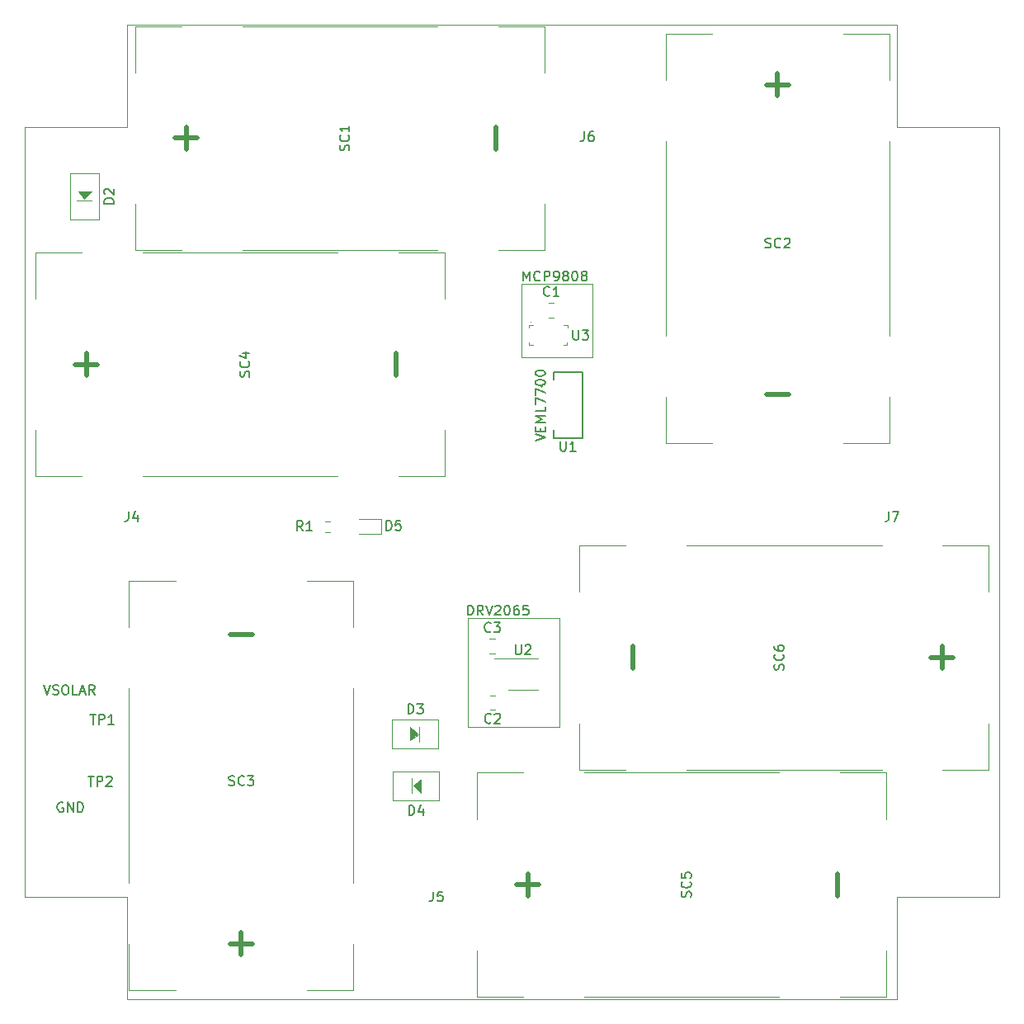
<source format=gbr>
%TF.GenerationSoftware,KiCad,Pcbnew,(6.0.9)*%
%TF.CreationDate,2023-03-20T12:04:43-07:00*%
%TF.ProjectId,solar-panel-side-Z,736f6c61-722d-4706-916e-656c2d736964,3.0*%
%TF.SameCoordinates,Original*%
%TF.FileFunction,Legend,Top*%
%TF.FilePolarity,Positive*%
%FSLAX46Y46*%
G04 Gerber Fmt 4.6, Leading zero omitted, Abs format (unit mm)*
G04 Created by KiCad (PCBNEW (6.0.9)) date 2023-03-20 12:04:43*
%MOMM*%
%LPD*%
G01*
G04 APERTURE LIST*
%ADD10C,0.150000*%
%ADD11C,0.120000*%
%TA.AperFunction,Profile*%
%ADD12C,0.050000*%
%TD*%
%ADD13C,0.500000*%
%ADD14C,0.100000*%
%ADD15C,0.127000*%
%ADD16C,0.200000*%
G04 APERTURE END LIST*
D10*
X144964761Y-95562380D02*
X144964761Y-94562380D01*
X145202857Y-94562380D01*
X145345714Y-94610000D01*
X145440952Y-94705238D01*
X145488571Y-94800476D01*
X145536190Y-94990952D01*
X145536190Y-95133809D01*
X145488571Y-95324285D01*
X145440952Y-95419523D01*
X145345714Y-95514761D01*
X145202857Y-95562380D01*
X144964761Y-95562380D01*
X146536190Y-95562380D02*
X146202857Y-95086190D01*
X145964761Y-95562380D02*
X145964761Y-94562380D01*
X146345714Y-94562380D01*
X146440952Y-94610000D01*
X146488571Y-94657619D01*
X146536190Y-94752857D01*
X146536190Y-94895714D01*
X146488571Y-94990952D01*
X146440952Y-95038571D01*
X146345714Y-95086190D01*
X145964761Y-95086190D01*
X146821904Y-94562380D02*
X147155238Y-95562380D01*
X147488571Y-94562380D01*
X147774285Y-94657619D02*
X147821904Y-94610000D01*
X147917142Y-94562380D01*
X148155238Y-94562380D01*
X148250476Y-94610000D01*
X148298095Y-94657619D01*
X148345714Y-94752857D01*
X148345714Y-94848095D01*
X148298095Y-94990952D01*
X147726666Y-95562380D01*
X148345714Y-95562380D01*
X148964761Y-94562380D02*
X149060000Y-94562380D01*
X149155238Y-94610000D01*
X149202857Y-94657619D01*
X149250476Y-94752857D01*
X149298095Y-94943333D01*
X149298095Y-95181428D01*
X149250476Y-95371904D01*
X149202857Y-95467142D01*
X149155238Y-95514761D01*
X149060000Y-95562380D01*
X148964761Y-95562380D01*
X148869523Y-95514761D01*
X148821904Y-95467142D01*
X148774285Y-95371904D01*
X148726666Y-95181428D01*
X148726666Y-94943333D01*
X148774285Y-94752857D01*
X148821904Y-94657619D01*
X148869523Y-94610000D01*
X148964761Y-94562380D01*
X150155238Y-94562380D02*
X149964761Y-94562380D01*
X149869523Y-94610000D01*
X149821904Y-94657619D01*
X149726666Y-94800476D01*
X149679047Y-94990952D01*
X149679047Y-95371904D01*
X149726666Y-95467142D01*
X149774285Y-95514761D01*
X149869523Y-95562380D01*
X150060000Y-95562380D01*
X150155238Y-95514761D01*
X150202857Y-95467142D01*
X150250476Y-95371904D01*
X150250476Y-95133809D01*
X150202857Y-95038571D01*
X150155238Y-94990952D01*
X150060000Y-94943333D01*
X149869523Y-94943333D01*
X149774285Y-94990952D01*
X149726666Y-95038571D01*
X149679047Y-95133809D01*
X151155238Y-94562380D02*
X150679047Y-94562380D01*
X150631428Y-95038571D01*
X150679047Y-94990952D01*
X150774285Y-94943333D01*
X151012380Y-94943333D01*
X151107619Y-94990952D01*
X151155238Y-95038571D01*
X151202857Y-95133809D01*
X151202857Y-95371904D01*
X151155238Y-95467142D01*
X151107619Y-95514761D01*
X151012380Y-95562380D01*
X150774285Y-95562380D01*
X150679047Y-95514761D01*
X150631428Y-95467142D01*
D11*
X145010000Y-95900000D02*
X154370000Y-95900000D01*
X154370000Y-95900000D02*
X154370000Y-107040000D01*
X154370000Y-107040000D02*
X145010000Y-107040000D01*
X145010000Y-107040000D02*
X145010000Y-95900000D01*
D10*
X150671904Y-61272380D02*
X150671904Y-60272380D01*
X151005238Y-60986666D01*
X151338571Y-60272380D01*
X151338571Y-61272380D01*
X152386190Y-61177142D02*
X152338571Y-61224761D01*
X152195714Y-61272380D01*
X152100476Y-61272380D01*
X151957619Y-61224761D01*
X151862380Y-61129523D01*
X151814761Y-61034285D01*
X151767142Y-60843809D01*
X151767142Y-60700952D01*
X151814761Y-60510476D01*
X151862380Y-60415238D01*
X151957619Y-60320000D01*
X152100476Y-60272380D01*
X152195714Y-60272380D01*
X152338571Y-60320000D01*
X152386190Y-60367619D01*
X152814761Y-61272380D02*
X152814761Y-60272380D01*
X153195714Y-60272380D01*
X153290952Y-60320000D01*
X153338571Y-60367619D01*
X153386190Y-60462857D01*
X153386190Y-60605714D01*
X153338571Y-60700952D01*
X153290952Y-60748571D01*
X153195714Y-60796190D01*
X152814761Y-60796190D01*
X153862380Y-61272380D02*
X154052857Y-61272380D01*
X154148095Y-61224761D01*
X154195714Y-61177142D01*
X154290952Y-61034285D01*
X154338571Y-60843809D01*
X154338571Y-60462857D01*
X154290952Y-60367619D01*
X154243333Y-60320000D01*
X154148095Y-60272380D01*
X153957619Y-60272380D01*
X153862380Y-60320000D01*
X153814761Y-60367619D01*
X153767142Y-60462857D01*
X153767142Y-60700952D01*
X153814761Y-60796190D01*
X153862380Y-60843809D01*
X153957619Y-60891428D01*
X154148095Y-60891428D01*
X154243333Y-60843809D01*
X154290952Y-60796190D01*
X154338571Y-60700952D01*
X154910000Y-60700952D02*
X154814761Y-60653333D01*
X154767142Y-60605714D01*
X154719523Y-60510476D01*
X154719523Y-60462857D01*
X154767142Y-60367619D01*
X154814761Y-60320000D01*
X154910000Y-60272380D01*
X155100476Y-60272380D01*
X155195714Y-60320000D01*
X155243333Y-60367619D01*
X155290952Y-60462857D01*
X155290952Y-60510476D01*
X155243333Y-60605714D01*
X155195714Y-60653333D01*
X155100476Y-60700952D01*
X154910000Y-60700952D01*
X154814761Y-60748571D01*
X154767142Y-60796190D01*
X154719523Y-60891428D01*
X154719523Y-61081904D01*
X154767142Y-61177142D01*
X154814761Y-61224761D01*
X154910000Y-61272380D01*
X155100476Y-61272380D01*
X155195714Y-61224761D01*
X155243333Y-61177142D01*
X155290952Y-61081904D01*
X155290952Y-60891428D01*
X155243333Y-60796190D01*
X155195714Y-60748571D01*
X155100476Y-60700952D01*
X155910000Y-60272380D02*
X156005238Y-60272380D01*
X156100476Y-60320000D01*
X156148095Y-60367619D01*
X156195714Y-60462857D01*
X156243333Y-60653333D01*
X156243333Y-60891428D01*
X156195714Y-61081904D01*
X156148095Y-61177142D01*
X156100476Y-61224761D01*
X156005238Y-61272380D01*
X155910000Y-61272380D01*
X155814761Y-61224761D01*
X155767142Y-61177142D01*
X155719523Y-61081904D01*
X155671904Y-60891428D01*
X155671904Y-60653333D01*
X155719523Y-60462857D01*
X155767142Y-60367619D01*
X155814761Y-60320000D01*
X155910000Y-60272380D01*
X156814761Y-60700952D02*
X156719523Y-60653333D01*
X156671904Y-60605714D01*
X156624285Y-60510476D01*
X156624285Y-60462857D01*
X156671904Y-60367619D01*
X156719523Y-60320000D01*
X156814761Y-60272380D01*
X157005238Y-60272380D01*
X157100476Y-60320000D01*
X157148095Y-60367619D01*
X157195714Y-60462857D01*
X157195714Y-60510476D01*
X157148095Y-60605714D01*
X157100476Y-60653333D01*
X157005238Y-60700952D01*
X156814761Y-60700952D01*
X156719523Y-60748571D01*
X156671904Y-60796190D01*
X156624285Y-60891428D01*
X156624285Y-61081904D01*
X156671904Y-61177142D01*
X156719523Y-61224761D01*
X156814761Y-61272380D01*
X157005238Y-61272380D01*
X157100476Y-61224761D01*
X157148095Y-61177142D01*
X157195714Y-61081904D01*
X157195714Y-60891428D01*
X157148095Y-60796190D01*
X157100476Y-60748571D01*
X157005238Y-60700952D01*
D11*
X150520000Y-61600000D02*
X157730000Y-61600000D01*
X157730000Y-61600000D02*
X157730000Y-69090000D01*
X157730000Y-69090000D02*
X150520000Y-69090000D01*
X150520000Y-69090000D02*
X150520000Y-61600000D01*
D10*
X151912380Y-77696666D02*
X152912380Y-77363333D01*
X151912380Y-77030000D01*
X152388571Y-76696666D02*
X152388571Y-76363333D01*
X152912380Y-76220476D02*
X152912380Y-76696666D01*
X151912380Y-76696666D01*
X151912380Y-76220476D01*
X152912380Y-75791904D02*
X151912380Y-75791904D01*
X152626666Y-75458571D01*
X151912380Y-75125238D01*
X152912380Y-75125238D01*
X152912380Y-74172857D02*
X152912380Y-74649047D01*
X151912380Y-74649047D01*
X151912380Y-73934761D02*
X151912380Y-73268095D01*
X152912380Y-73696666D01*
X151912380Y-72982380D02*
X151912380Y-72315714D01*
X152912380Y-72744285D01*
X151912380Y-71744285D02*
X151912380Y-71649047D01*
X151960000Y-71553809D01*
X152007619Y-71506190D01*
X152102857Y-71458571D01*
X152293333Y-71410952D01*
X152531428Y-71410952D01*
X152721904Y-71458571D01*
X152817142Y-71506190D01*
X152864761Y-71553809D01*
X152912380Y-71649047D01*
X152912380Y-71744285D01*
X152864761Y-71839523D01*
X152817142Y-71887142D01*
X152721904Y-71934761D01*
X152531428Y-71982380D01*
X152293333Y-71982380D01*
X152102857Y-71934761D01*
X152007619Y-71887142D01*
X151960000Y-71839523D01*
X151912380Y-71744285D01*
X151912380Y-70791904D02*
X151912380Y-70696666D01*
X151960000Y-70601428D01*
X152007619Y-70553809D01*
X152102857Y-70506190D01*
X152293333Y-70458571D01*
X152531428Y-70458571D01*
X152721904Y-70506190D01*
X152817142Y-70553809D01*
X152864761Y-70601428D01*
X152912380Y-70696666D01*
X152912380Y-70791904D01*
X152864761Y-70887142D01*
X152817142Y-70934761D01*
X152721904Y-70982380D01*
X152531428Y-71030000D01*
X152293333Y-71030000D01*
X152102857Y-70982380D01*
X152007619Y-70934761D01*
X151960000Y-70887142D01*
X151912380Y-70791904D01*
D12*
X99500000Y-45500000D02*
X110000000Y-45500000D01*
X189000000Y-135000000D02*
X110000000Y-135000000D01*
X199500000Y-124500000D02*
X189000000Y-124500000D01*
X189000000Y-45500000D02*
X199500000Y-45500000D01*
X99500000Y-124500000D02*
X99500000Y-45500000D01*
X110000000Y-135000000D02*
X110000000Y-124500000D01*
X110000000Y-35000000D02*
X189000000Y-35000000D01*
X110000000Y-124500000D02*
X99500000Y-124500000D01*
X199500000Y-45500000D02*
X199500000Y-124500000D01*
X189000000Y-35000000D02*
X189000000Y-45500000D01*
X110000000Y-45500000D02*
X110000000Y-35000000D01*
X189000000Y-124500000D02*
X189000000Y-135000000D01*
D10*
X103428095Y-114830000D02*
X103332857Y-114782380D01*
X103190000Y-114782380D01*
X103047142Y-114830000D01*
X102951904Y-114925238D01*
X102904285Y-115020476D01*
X102856666Y-115210952D01*
X102856666Y-115353809D01*
X102904285Y-115544285D01*
X102951904Y-115639523D01*
X103047142Y-115734761D01*
X103190000Y-115782380D01*
X103285238Y-115782380D01*
X103428095Y-115734761D01*
X103475714Y-115687142D01*
X103475714Y-115353809D01*
X103285238Y-115353809D01*
X103904285Y-115782380D02*
X103904285Y-114782380D01*
X104475714Y-115782380D01*
X104475714Y-114782380D01*
X104951904Y-115782380D02*
X104951904Y-114782380D01*
X105190000Y-114782380D01*
X105332857Y-114830000D01*
X105428095Y-114925238D01*
X105475714Y-115020476D01*
X105523333Y-115210952D01*
X105523333Y-115353809D01*
X105475714Y-115544285D01*
X105428095Y-115639523D01*
X105332857Y-115734761D01*
X105190000Y-115782380D01*
X104951904Y-115782380D01*
X101443333Y-102732380D02*
X101776666Y-103732380D01*
X102110000Y-102732380D01*
X102395714Y-103684761D02*
X102538571Y-103732380D01*
X102776666Y-103732380D01*
X102871904Y-103684761D01*
X102919523Y-103637142D01*
X102967142Y-103541904D01*
X102967142Y-103446666D01*
X102919523Y-103351428D01*
X102871904Y-103303809D01*
X102776666Y-103256190D01*
X102586190Y-103208571D01*
X102490952Y-103160952D01*
X102443333Y-103113333D01*
X102395714Y-103018095D01*
X102395714Y-102922857D01*
X102443333Y-102827619D01*
X102490952Y-102780000D01*
X102586190Y-102732380D01*
X102824285Y-102732380D01*
X102967142Y-102780000D01*
X103586190Y-102732380D02*
X103776666Y-102732380D01*
X103871904Y-102780000D01*
X103967142Y-102875238D01*
X104014761Y-103065714D01*
X104014761Y-103399047D01*
X103967142Y-103589523D01*
X103871904Y-103684761D01*
X103776666Y-103732380D01*
X103586190Y-103732380D01*
X103490952Y-103684761D01*
X103395714Y-103589523D01*
X103348095Y-103399047D01*
X103348095Y-103065714D01*
X103395714Y-102875238D01*
X103490952Y-102780000D01*
X103586190Y-102732380D01*
X104919523Y-103732380D02*
X104443333Y-103732380D01*
X104443333Y-102732380D01*
X105205238Y-103446666D02*
X105681428Y-103446666D01*
X105110000Y-103732380D02*
X105443333Y-102732380D01*
X105776666Y-103732380D01*
X106681428Y-103732380D02*
X106348095Y-103256190D01*
X106110000Y-103732380D02*
X106110000Y-102732380D01*
X106490952Y-102732380D01*
X106586190Y-102780000D01*
X106633809Y-102827619D01*
X106681428Y-102922857D01*
X106681428Y-103065714D01*
X106633809Y-103160952D01*
X106586190Y-103208571D01*
X106490952Y-103256190D01*
X106110000Y-103256190D01*
%TO.C,J4*%
X110166666Y-84952380D02*
X110166666Y-85666666D01*
X110119047Y-85809523D01*
X110023809Y-85904761D01*
X109880952Y-85952380D01*
X109785714Y-85952380D01*
X111071428Y-85285714D02*
X111071428Y-85952380D01*
X110833333Y-84904761D02*
X110595238Y-85619047D01*
X111214285Y-85619047D01*
%TO.C,J5*%
X141416666Y-123952380D02*
X141416666Y-124666666D01*
X141369047Y-124809523D01*
X141273809Y-124904761D01*
X141130952Y-124952380D01*
X141035714Y-124952380D01*
X142369047Y-123952380D02*
X141892857Y-123952380D01*
X141845238Y-124428571D01*
X141892857Y-124380952D01*
X141988095Y-124333333D01*
X142226190Y-124333333D01*
X142321428Y-124380952D01*
X142369047Y-124428571D01*
X142416666Y-124523809D01*
X142416666Y-124761904D01*
X142369047Y-124857142D01*
X142321428Y-124904761D01*
X142226190Y-124952380D01*
X141988095Y-124952380D01*
X141892857Y-124904761D01*
X141845238Y-124857142D01*
%TO.C,J6*%
X156916666Y-45952380D02*
X156916666Y-46666666D01*
X156869047Y-46809523D01*
X156773809Y-46904761D01*
X156630952Y-46952380D01*
X156535714Y-46952380D01*
X157821428Y-45952380D02*
X157630952Y-45952380D01*
X157535714Y-46000000D01*
X157488095Y-46047619D01*
X157392857Y-46190476D01*
X157345238Y-46380952D01*
X157345238Y-46761904D01*
X157392857Y-46857142D01*
X157440476Y-46904761D01*
X157535714Y-46952380D01*
X157726190Y-46952380D01*
X157821428Y-46904761D01*
X157869047Y-46857142D01*
X157916666Y-46761904D01*
X157916666Y-46523809D01*
X157869047Y-46428571D01*
X157821428Y-46380952D01*
X157726190Y-46333333D01*
X157535714Y-46333333D01*
X157440476Y-46380952D01*
X157392857Y-46428571D01*
X157345238Y-46523809D01*
%TO.C,J7*%
X188166666Y-84952380D02*
X188166666Y-85666666D01*
X188119047Y-85809523D01*
X188023809Y-85904761D01*
X187880952Y-85952380D01*
X187785714Y-85952380D01*
X188547619Y-84952380D02*
X189214285Y-84952380D01*
X188785714Y-85952380D01*
%TO.C,D3*%
X138851904Y-105682380D02*
X138851904Y-104682380D01*
X139090000Y-104682380D01*
X139232857Y-104730000D01*
X139328095Y-104825238D01*
X139375714Y-104920476D01*
X139423333Y-105110952D01*
X139423333Y-105253809D01*
X139375714Y-105444285D01*
X139328095Y-105539523D01*
X139232857Y-105634761D01*
X139090000Y-105682380D01*
X138851904Y-105682380D01*
X139756666Y-104682380D02*
X140375714Y-104682380D01*
X140042380Y-105063333D01*
X140185238Y-105063333D01*
X140280476Y-105110952D01*
X140328095Y-105158571D01*
X140375714Y-105253809D01*
X140375714Y-105491904D01*
X140328095Y-105587142D01*
X140280476Y-105634761D01*
X140185238Y-105682380D01*
X139899523Y-105682380D01*
X139804285Y-105634761D01*
X139756666Y-105587142D01*
%TO.C,TP1*%
X106228095Y-105752380D02*
X106799523Y-105752380D01*
X106513809Y-106752380D02*
X106513809Y-105752380D01*
X107132857Y-106752380D02*
X107132857Y-105752380D01*
X107513809Y-105752380D01*
X107609047Y-105800000D01*
X107656666Y-105847619D01*
X107704285Y-105942857D01*
X107704285Y-106085714D01*
X107656666Y-106180952D01*
X107609047Y-106228571D01*
X107513809Y-106276190D01*
X107132857Y-106276190D01*
X108656666Y-106752380D02*
X108085238Y-106752380D01*
X108370952Y-106752380D02*
X108370952Y-105752380D01*
X108275714Y-105895238D01*
X108180476Y-105990476D01*
X108085238Y-106038095D01*
%TO.C,D5*%
X136599404Y-86872380D02*
X136599404Y-85872380D01*
X136837500Y-85872380D01*
X136980357Y-85920000D01*
X137075595Y-86015238D01*
X137123214Y-86110476D01*
X137170833Y-86300952D01*
X137170833Y-86443809D01*
X137123214Y-86634285D01*
X137075595Y-86729523D01*
X136980357Y-86824761D01*
X136837500Y-86872380D01*
X136599404Y-86872380D01*
X138075595Y-85872380D02*
X137599404Y-85872380D01*
X137551785Y-86348571D01*
X137599404Y-86300952D01*
X137694642Y-86253333D01*
X137932738Y-86253333D01*
X138027976Y-86300952D01*
X138075595Y-86348571D01*
X138123214Y-86443809D01*
X138123214Y-86681904D01*
X138075595Y-86777142D01*
X138027976Y-86824761D01*
X137932738Y-86872380D01*
X137694642Y-86872380D01*
X137599404Y-86824761D01*
X137551785Y-86777142D01*
%TO.C,C3*%
X147313333Y-97227142D02*
X147265714Y-97274761D01*
X147122857Y-97322380D01*
X147027619Y-97322380D01*
X146884761Y-97274761D01*
X146789523Y-97179523D01*
X146741904Y-97084285D01*
X146694285Y-96893809D01*
X146694285Y-96750952D01*
X146741904Y-96560476D01*
X146789523Y-96465238D01*
X146884761Y-96370000D01*
X147027619Y-96322380D01*
X147122857Y-96322380D01*
X147265714Y-96370000D01*
X147313333Y-96417619D01*
X147646666Y-96322380D02*
X148265714Y-96322380D01*
X147932380Y-96703333D01*
X148075238Y-96703333D01*
X148170476Y-96750952D01*
X148218095Y-96798571D01*
X148265714Y-96893809D01*
X148265714Y-97131904D01*
X148218095Y-97227142D01*
X148170476Y-97274761D01*
X148075238Y-97322380D01*
X147789523Y-97322380D01*
X147694285Y-97274761D01*
X147646666Y-97227142D01*
%TO.C,U3*%
X155768095Y-66312380D02*
X155768095Y-67121904D01*
X155815714Y-67217142D01*
X155863333Y-67264761D01*
X155958571Y-67312380D01*
X156149047Y-67312380D01*
X156244285Y-67264761D01*
X156291904Y-67217142D01*
X156339523Y-67121904D01*
X156339523Y-66312380D01*
X156720476Y-66312380D02*
X157339523Y-66312380D01*
X157006190Y-66693333D01*
X157149047Y-66693333D01*
X157244285Y-66740952D01*
X157291904Y-66788571D01*
X157339523Y-66883809D01*
X157339523Y-67121904D01*
X157291904Y-67217142D01*
X157244285Y-67264761D01*
X157149047Y-67312380D01*
X156863333Y-67312380D01*
X156768095Y-67264761D01*
X156720476Y-67217142D01*
%TO.C,SC5*%
X167834761Y-124501904D02*
X167882380Y-124359047D01*
X167882380Y-124120952D01*
X167834761Y-124025714D01*
X167787142Y-123978095D01*
X167691904Y-123930476D01*
X167596666Y-123930476D01*
X167501428Y-123978095D01*
X167453809Y-124025714D01*
X167406190Y-124120952D01*
X167358571Y-124311428D01*
X167310952Y-124406666D01*
X167263333Y-124454285D01*
X167168095Y-124501904D01*
X167072857Y-124501904D01*
X166977619Y-124454285D01*
X166930000Y-124406666D01*
X166882380Y-124311428D01*
X166882380Y-124073333D01*
X166930000Y-123930476D01*
X167787142Y-122930476D02*
X167834761Y-122978095D01*
X167882380Y-123120952D01*
X167882380Y-123216190D01*
X167834761Y-123359047D01*
X167739523Y-123454285D01*
X167644285Y-123501904D01*
X167453809Y-123549523D01*
X167310952Y-123549523D01*
X167120476Y-123501904D01*
X167025238Y-123454285D01*
X166930000Y-123359047D01*
X166882380Y-123216190D01*
X166882380Y-123120952D01*
X166930000Y-122978095D01*
X166977619Y-122930476D01*
X166882380Y-122025714D02*
X166882380Y-122501904D01*
X167358571Y-122549523D01*
X167310952Y-122501904D01*
X167263333Y-122406666D01*
X167263333Y-122168571D01*
X167310952Y-122073333D01*
X167358571Y-122025714D01*
X167453809Y-121978095D01*
X167691904Y-121978095D01*
X167787142Y-122025714D01*
X167834761Y-122073333D01*
X167882380Y-122168571D01*
X167882380Y-122406666D01*
X167834761Y-122501904D01*
X167787142Y-122549523D01*
D13*
X151144285Y-124382857D02*
X151144285Y-122097142D01*
X152287142Y-123240000D02*
X150001428Y-123240000D01*
X182894285Y-124382857D02*
X182894285Y-122097142D01*
D10*
%TO.C,TP2*%
X106028095Y-112112380D02*
X106599523Y-112112380D01*
X106313809Y-113112380D02*
X106313809Y-112112380D01*
X106932857Y-113112380D02*
X106932857Y-112112380D01*
X107313809Y-112112380D01*
X107409047Y-112160000D01*
X107456666Y-112207619D01*
X107504285Y-112302857D01*
X107504285Y-112445714D01*
X107456666Y-112540952D01*
X107409047Y-112588571D01*
X107313809Y-112636190D01*
X106932857Y-112636190D01*
X107885238Y-112207619D02*
X107932857Y-112160000D01*
X108028095Y-112112380D01*
X108266190Y-112112380D01*
X108361428Y-112160000D01*
X108409047Y-112207619D01*
X108456666Y-112302857D01*
X108456666Y-112398095D01*
X108409047Y-112540952D01*
X107837619Y-113112380D01*
X108456666Y-113112380D01*
%TO.C,SC3*%
X120458095Y-112994761D02*
X120600952Y-113042380D01*
X120839047Y-113042380D01*
X120934285Y-112994761D01*
X120981904Y-112947142D01*
X121029523Y-112851904D01*
X121029523Y-112756666D01*
X120981904Y-112661428D01*
X120934285Y-112613809D01*
X120839047Y-112566190D01*
X120648571Y-112518571D01*
X120553333Y-112470952D01*
X120505714Y-112423333D01*
X120458095Y-112328095D01*
X120458095Y-112232857D01*
X120505714Y-112137619D01*
X120553333Y-112090000D01*
X120648571Y-112042380D01*
X120886666Y-112042380D01*
X121029523Y-112090000D01*
X122029523Y-112947142D02*
X121981904Y-112994761D01*
X121839047Y-113042380D01*
X121743809Y-113042380D01*
X121600952Y-112994761D01*
X121505714Y-112899523D01*
X121458095Y-112804285D01*
X121410476Y-112613809D01*
X121410476Y-112470952D01*
X121458095Y-112280476D01*
X121505714Y-112185238D01*
X121600952Y-112090000D01*
X121743809Y-112042380D01*
X121839047Y-112042380D01*
X121981904Y-112090000D01*
X122029523Y-112137619D01*
X122362857Y-112042380D02*
X122981904Y-112042380D01*
X122648571Y-112423333D01*
X122791428Y-112423333D01*
X122886666Y-112470952D01*
X122934285Y-112518571D01*
X122981904Y-112613809D01*
X122981904Y-112851904D01*
X122934285Y-112947142D01*
X122886666Y-112994761D01*
X122791428Y-113042380D01*
X122505714Y-113042380D01*
X122410476Y-112994761D01*
X122362857Y-112947142D01*
D13*
X120577142Y-97554285D02*
X122862857Y-97554285D01*
X120577142Y-129304285D02*
X122862857Y-129304285D01*
X121720000Y-130447142D02*
X121720000Y-128161428D01*
D10*
%TO.C,R1*%
X128035833Y-86907380D02*
X127702500Y-86431190D01*
X127464404Y-86907380D02*
X127464404Y-85907380D01*
X127845357Y-85907380D01*
X127940595Y-85955000D01*
X127988214Y-86002619D01*
X128035833Y-86097857D01*
X128035833Y-86240714D01*
X127988214Y-86335952D01*
X127940595Y-86383571D01*
X127845357Y-86431190D01*
X127464404Y-86431190D01*
X128988214Y-86907380D02*
X128416785Y-86907380D01*
X128702500Y-86907380D02*
X128702500Y-85907380D01*
X128607261Y-86050238D01*
X128512023Y-86145476D01*
X128416785Y-86193095D01*
%TO.C,C2*%
X147343333Y-106577142D02*
X147295714Y-106624761D01*
X147152857Y-106672380D01*
X147057619Y-106672380D01*
X146914761Y-106624761D01*
X146819523Y-106529523D01*
X146771904Y-106434285D01*
X146724285Y-106243809D01*
X146724285Y-106100952D01*
X146771904Y-105910476D01*
X146819523Y-105815238D01*
X146914761Y-105720000D01*
X147057619Y-105672380D01*
X147152857Y-105672380D01*
X147295714Y-105720000D01*
X147343333Y-105767619D01*
X147724285Y-105767619D02*
X147771904Y-105720000D01*
X147867142Y-105672380D01*
X148105238Y-105672380D01*
X148200476Y-105720000D01*
X148248095Y-105767619D01*
X148295714Y-105862857D01*
X148295714Y-105958095D01*
X148248095Y-106100952D01*
X147676666Y-106672380D01*
X148295714Y-106672380D01*
%TO.C,U2*%
X149878095Y-98612380D02*
X149878095Y-99421904D01*
X149925714Y-99517142D01*
X149973333Y-99564761D01*
X150068571Y-99612380D01*
X150259047Y-99612380D01*
X150354285Y-99564761D01*
X150401904Y-99517142D01*
X150449523Y-99421904D01*
X150449523Y-98612380D01*
X150878095Y-98707619D02*
X150925714Y-98660000D01*
X151020952Y-98612380D01*
X151259047Y-98612380D01*
X151354285Y-98660000D01*
X151401904Y-98707619D01*
X151449523Y-98802857D01*
X151449523Y-98898095D01*
X151401904Y-99040952D01*
X150830476Y-99612380D01*
X151449523Y-99612380D01*
%TO.C,D4*%
X138941904Y-116082380D02*
X138941904Y-115082380D01*
X139180000Y-115082380D01*
X139322857Y-115130000D01*
X139418095Y-115225238D01*
X139465714Y-115320476D01*
X139513333Y-115510952D01*
X139513333Y-115653809D01*
X139465714Y-115844285D01*
X139418095Y-115939523D01*
X139322857Y-116034761D01*
X139180000Y-116082380D01*
X138941904Y-116082380D01*
X140370476Y-115415714D02*
X140370476Y-116082380D01*
X140132380Y-115034761D02*
X139894285Y-115749047D01*
X140513333Y-115749047D01*
%TO.C,C1*%
X153363333Y-62752142D02*
X153315714Y-62799761D01*
X153172857Y-62847380D01*
X153077619Y-62847380D01*
X152934761Y-62799761D01*
X152839523Y-62704523D01*
X152791904Y-62609285D01*
X152744285Y-62418809D01*
X152744285Y-62275952D01*
X152791904Y-62085476D01*
X152839523Y-61990238D01*
X152934761Y-61895000D01*
X153077619Y-61847380D01*
X153172857Y-61847380D01*
X153315714Y-61895000D01*
X153363333Y-61942619D01*
X154315714Y-62847380D02*
X153744285Y-62847380D01*
X154030000Y-62847380D02*
X154030000Y-61847380D01*
X153934761Y-61990238D01*
X153839523Y-62085476D01*
X153744285Y-62133095D01*
%TO.C,U1*%
X154488095Y-77732380D02*
X154488095Y-78541904D01*
X154535714Y-78637142D01*
X154583333Y-78684761D01*
X154678571Y-78732380D01*
X154869047Y-78732380D01*
X154964285Y-78684761D01*
X155011904Y-78637142D01*
X155059523Y-78541904D01*
X155059523Y-77732380D01*
X156059523Y-78732380D02*
X155488095Y-78732380D01*
X155773809Y-78732380D02*
X155773809Y-77732380D01*
X155678571Y-77875238D01*
X155583333Y-77970476D01*
X155488095Y-78018095D01*
%TO.C,SC4*%
X122524761Y-71111904D02*
X122572380Y-70969047D01*
X122572380Y-70730952D01*
X122524761Y-70635714D01*
X122477142Y-70588095D01*
X122381904Y-70540476D01*
X122286666Y-70540476D01*
X122191428Y-70588095D01*
X122143809Y-70635714D01*
X122096190Y-70730952D01*
X122048571Y-70921428D01*
X122000952Y-71016666D01*
X121953333Y-71064285D01*
X121858095Y-71111904D01*
X121762857Y-71111904D01*
X121667619Y-71064285D01*
X121620000Y-71016666D01*
X121572380Y-70921428D01*
X121572380Y-70683333D01*
X121620000Y-70540476D01*
X122477142Y-69540476D02*
X122524761Y-69588095D01*
X122572380Y-69730952D01*
X122572380Y-69826190D01*
X122524761Y-69969047D01*
X122429523Y-70064285D01*
X122334285Y-70111904D01*
X122143809Y-70159523D01*
X122000952Y-70159523D01*
X121810476Y-70111904D01*
X121715238Y-70064285D01*
X121620000Y-69969047D01*
X121572380Y-69826190D01*
X121572380Y-69730952D01*
X121620000Y-69588095D01*
X121667619Y-69540476D01*
X121905714Y-68683333D02*
X122572380Y-68683333D01*
X121524761Y-68921428D02*
X122239047Y-69159523D01*
X122239047Y-68540476D01*
D13*
X105834285Y-70992857D02*
X105834285Y-68707142D01*
X106977142Y-69850000D02*
X104691428Y-69850000D01*
X137584285Y-70992857D02*
X137584285Y-68707142D01*
D10*
%TO.C,SC6*%
X177344761Y-101181904D02*
X177392380Y-101039047D01*
X177392380Y-100800952D01*
X177344761Y-100705714D01*
X177297142Y-100658095D01*
X177201904Y-100610476D01*
X177106666Y-100610476D01*
X177011428Y-100658095D01*
X176963809Y-100705714D01*
X176916190Y-100800952D01*
X176868571Y-100991428D01*
X176820952Y-101086666D01*
X176773333Y-101134285D01*
X176678095Y-101181904D01*
X176582857Y-101181904D01*
X176487619Y-101134285D01*
X176440000Y-101086666D01*
X176392380Y-100991428D01*
X176392380Y-100753333D01*
X176440000Y-100610476D01*
X177297142Y-99610476D02*
X177344761Y-99658095D01*
X177392380Y-99800952D01*
X177392380Y-99896190D01*
X177344761Y-100039047D01*
X177249523Y-100134285D01*
X177154285Y-100181904D01*
X176963809Y-100229523D01*
X176820952Y-100229523D01*
X176630476Y-100181904D01*
X176535238Y-100134285D01*
X176440000Y-100039047D01*
X176392380Y-99896190D01*
X176392380Y-99800952D01*
X176440000Y-99658095D01*
X176487619Y-99610476D01*
X176392380Y-98753333D02*
X176392380Y-98943809D01*
X176440000Y-99039047D01*
X176487619Y-99086666D01*
X176630476Y-99181904D01*
X176820952Y-99229523D01*
X177201904Y-99229523D01*
X177297142Y-99181904D01*
X177344761Y-99134285D01*
X177392380Y-99039047D01*
X177392380Y-98848571D01*
X177344761Y-98753333D01*
X177297142Y-98705714D01*
X177201904Y-98658095D01*
X176963809Y-98658095D01*
X176868571Y-98705714D01*
X176820952Y-98753333D01*
X176773333Y-98848571D01*
X176773333Y-99039047D01*
X176820952Y-99134285D01*
X176868571Y-99181904D01*
X176963809Y-99229523D01*
D13*
X193654285Y-101062857D02*
X193654285Y-98777142D01*
X194797142Y-99920000D02*
X192511428Y-99920000D01*
X161904285Y-101062857D02*
X161904285Y-98777142D01*
D10*
%TO.C,SC2*%
X175498095Y-57844761D02*
X175640952Y-57892380D01*
X175879047Y-57892380D01*
X175974285Y-57844761D01*
X176021904Y-57797142D01*
X176069523Y-57701904D01*
X176069523Y-57606666D01*
X176021904Y-57511428D01*
X175974285Y-57463809D01*
X175879047Y-57416190D01*
X175688571Y-57368571D01*
X175593333Y-57320952D01*
X175545714Y-57273333D01*
X175498095Y-57178095D01*
X175498095Y-57082857D01*
X175545714Y-56987619D01*
X175593333Y-56940000D01*
X175688571Y-56892380D01*
X175926666Y-56892380D01*
X176069523Y-56940000D01*
X177069523Y-57797142D02*
X177021904Y-57844761D01*
X176879047Y-57892380D01*
X176783809Y-57892380D01*
X176640952Y-57844761D01*
X176545714Y-57749523D01*
X176498095Y-57654285D01*
X176450476Y-57463809D01*
X176450476Y-57320952D01*
X176498095Y-57130476D01*
X176545714Y-57035238D01*
X176640952Y-56940000D01*
X176783809Y-56892380D01*
X176879047Y-56892380D01*
X177021904Y-56940000D01*
X177069523Y-56987619D01*
X177450476Y-56987619D02*
X177498095Y-56940000D01*
X177593333Y-56892380D01*
X177831428Y-56892380D01*
X177926666Y-56940000D01*
X177974285Y-56987619D01*
X178021904Y-57082857D01*
X178021904Y-57178095D01*
X177974285Y-57320952D01*
X177402857Y-57892380D01*
X178021904Y-57892380D01*
D13*
X175617142Y-41154285D02*
X177902857Y-41154285D01*
X176760000Y-42297142D02*
X176760000Y-40011428D01*
X175617142Y-72904285D02*
X177902857Y-72904285D01*
D10*
%TO.C,D2*%
X108642380Y-53328095D02*
X107642380Y-53328095D01*
X107642380Y-53090000D01*
X107690000Y-52947142D01*
X107785238Y-52851904D01*
X107880476Y-52804285D01*
X108070952Y-52756666D01*
X108213809Y-52756666D01*
X108404285Y-52804285D01*
X108499523Y-52851904D01*
X108594761Y-52947142D01*
X108642380Y-53090000D01*
X108642380Y-53328095D01*
X107737619Y-52375714D02*
X107690000Y-52328095D01*
X107642380Y-52232857D01*
X107642380Y-51994761D01*
X107690000Y-51899523D01*
X107737619Y-51851904D01*
X107832857Y-51804285D01*
X107928095Y-51804285D01*
X108070952Y-51851904D01*
X108642380Y-52423333D01*
X108642380Y-51804285D01*
%TO.C,SC1*%
X132774761Y-47891904D02*
X132822380Y-47749047D01*
X132822380Y-47510952D01*
X132774761Y-47415714D01*
X132727142Y-47368095D01*
X132631904Y-47320476D01*
X132536666Y-47320476D01*
X132441428Y-47368095D01*
X132393809Y-47415714D01*
X132346190Y-47510952D01*
X132298571Y-47701428D01*
X132250952Y-47796666D01*
X132203333Y-47844285D01*
X132108095Y-47891904D01*
X132012857Y-47891904D01*
X131917619Y-47844285D01*
X131870000Y-47796666D01*
X131822380Y-47701428D01*
X131822380Y-47463333D01*
X131870000Y-47320476D01*
X132727142Y-46320476D02*
X132774761Y-46368095D01*
X132822380Y-46510952D01*
X132822380Y-46606190D01*
X132774761Y-46749047D01*
X132679523Y-46844285D01*
X132584285Y-46891904D01*
X132393809Y-46939523D01*
X132250952Y-46939523D01*
X132060476Y-46891904D01*
X131965238Y-46844285D01*
X131870000Y-46749047D01*
X131822380Y-46606190D01*
X131822380Y-46510952D01*
X131870000Y-46368095D01*
X131917619Y-46320476D01*
X132822380Y-45368095D02*
X132822380Y-45939523D01*
X132822380Y-45653809D02*
X131822380Y-45653809D01*
X131965238Y-45749047D01*
X132060476Y-45844285D01*
X132108095Y-45939523D01*
D13*
X147834285Y-47772857D02*
X147834285Y-45487142D01*
X116084285Y-47772857D02*
X116084285Y-45487142D01*
X117227142Y-46630000D02*
X114941428Y-46630000D01*
D11*
%TO.C,D3*%
X141965000Y-109220000D02*
X137215000Y-109220000D01*
X141965000Y-106320000D02*
X141965000Y-109220000D01*
X140021800Y-108582800D02*
X140021800Y-107033400D01*
X137215000Y-106320000D02*
X137215000Y-109220000D01*
X141965000Y-106320000D02*
X137215000Y-106320000D01*
G36*
X139894800Y-107795400D02*
G01*
X139082000Y-108405000D01*
X139082000Y-107058800D01*
X139894800Y-107795400D01*
G37*
D14*
X139894800Y-107795400D02*
X139082000Y-108405000D01*
X139082000Y-107058800D01*
X139894800Y-107795400D01*
D11*
%TO.C,D5*%
X136087500Y-87215000D02*
X136087500Y-85745000D01*
X133802500Y-87215000D02*
X136087500Y-87215000D01*
X136087500Y-85745000D02*
X133802500Y-85745000D01*
%TO.C,C3*%
X147741252Y-98015000D02*
X147218748Y-98015000D01*
X147741252Y-99485000D02*
X147218748Y-99485000D01*
%TO.C,U3*%
X151580000Y-65780000D02*
X151280000Y-65780000D01*
X154880000Y-67880000D02*
X155180000Y-67880000D01*
X155180000Y-67880000D02*
X154880000Y-67880000D01*
X155180000Y-67880000D02*
X155180000Y-67630000D01*
X154930000Y-65780000D02*
X154830000Y-65780000D01*
X151280000Y-65780000D02*
X151280000Y-66030000D01*
X155230000Y-65780000D02*
X154930000Y-65780000D01*
X151230000Y-67880000D02*
X151230000Y-67630000D01*
X151280000Y-65780000D02*
X151580000Y-65780000D01*
X154880000Y-67880000D02*
X154780000Y-67880000D01*
X155230000Y-65780000D02*
X155230000Y-66030000D01*
X151230000Y-67880000D02*
X151530000Y-67880000D01*
X154930000Y-65780000D02*
X155230000Y-65780000D01*
X151530000Y-67880000D02*
X151630000Y-67880000D01*
X151530000Y-67880000D02*
X151230000Y-67880000D01*
X151580000Y-65780000D02*
X151680000Y-65780000D01*
X151480000Y-65480000D02*
G75*
G03*
X151480000Y-65480000I-50000J0D01*
G01*
%TO.C,SC5*%
X166930000Y-134740000D02*
X156930000Y-134740000D01*
X156930000Y-134740000D02*
X176930000Y-134740000D01*
X145930000Y-129990000D02*
X145930000Y-134740000D01*
X187930000Y-134740000D02*
X183180000Y-134740000D01*
X145930000Y-134740000D02*
X145930000Y-129990000D01*
X145930000Y-116490000D02*
X145930000Y-111740000D01*
X166930000Y-111740000D02*
X156930000Y-111740000D01*
X145930000Y-134740000D02*
X150680000Y-134740000D01*
X187930000Y-111740000D02*
X183180000Y-111740000D01*
X187930000Y-134740000D02*
X187930000Y-129990000D01*
X175180000Y-111740000D02*
X166930000Y-111740000D01*
X166930000Y-111740000D02*
X176930000Y-111740000D01*
X156930000Y-111740000D02*
X175180000Y-111740000D01*
X187930000Y-116490000D02*
X187930000Y-111740000D01*
X145930000Y-111740000D02*
X150680000Y-111740000D01*
%TO.C,SC3*%
X133220000Y-134090000D02*
X128470000Y-134090000D01*
X110220000Y-113090000D02*
X110220000Y-123090000D01*
X133220000Y-113090000D02*
X133220000Y-123090000D01*
X133220000Y-134090000D02*
X133220000Y-129340000D01*
X114970000Y-92090000D02*
X110220000Y-92090000D01*
X114970000Y-134090000D02*
X110220000Y-134090000D01*
X128470000Y-134090000D02*
X133220000Y-134090000D01*
X110220000Y-104840000D02*
X110220000Y-113090000D01*
X133220000Y-123090000D02*
X133220000Y-103090000D01*
X133220000Y-92090000D02*
X133220000Y-96840000D01*
X110220000Y-113090000D02*
X110220000Y-103090000D01*
X110220000Y-134090000D02*
X110220000Y-129340000D01*
X133220000Y-92090000D02*
X128470000Y-92090000D01*
X110220000Y-123090000D02*
X110220000Y-104840000D01*
X110220000Y-92090000D02*
X110220000Y-96840000D01*
%TO.C,R1*%
X130355242Y-87042500D02*
X130829758Y-87042500D01*
X130355242Y-85997500D02*
X130829758Y-85997500D01*
%TO.C,C2*%
X147771252Y-103805000D02*
X147248748Y-103805000D01*
X147771252Y-105275000D02*
X147248748Y-105275000D01*
%TO.C,U2*%
X150640000Y-103220000D02*
X152140000Y-103220000D01*
X150640000Y-100000000D02*
X147715000Y-100000000D01*
X150640000Y-100000000D02*
X152140000Y-100000000D01*
X150640000Y-103220000D02*
X149140000Y-103220000D01*
%TO.C,D4*%
X139248200Y-112277200D02*
X139248200Y-113826600D01*
X137305000Y-114540000D02*
X142055000Y-114540000D01*
X137305000Y-114540000D02*
X137305000Y-111640000D01*
X137305000Y-111640000D02*
X142055000Y-111640000D01*
X142055000Y-114540000D02*
X142055000Y-111640000D01*
G36*
X140188000Y-113801200D02*
G01*
X139375200Y-113064600D01*
X140188000Y-112455000D01*
X140188000Y-113801200D01*
G37*
D14*
X140188000Y-113801200D02*
X139375200Y-113064600D01*
X140188000Y-112455000D01*
X140188000Y-113801200D01*
D11*
%TO.C,C1*%
X153811252Y-63550000D02*
X153288748Y-63550000D01*
X153811252Y-65020000D02*
X153288748Y-65020000D01*
D15*
%TO.C,U1*%
X153750000Y-71425000D02*
X153750000Y-70600000D01*
X153750000Y-70600000D02*
X156750000Y-70600000D01*
X156750000Y-77400000D02*
X153750000Y-77400000D01*
X156750000Y-70600000D02*
X156750000Y-77400000D01*
X153750000Y-77400000D02*
X153750000Y-76575000D01*
D16*
X152650000Y-72095000D02*
G75*
G03*
X152650000Y-72095000I-100000J0D01*
G01*
D11*
%TO.C,SC4*%
X142620000Y-81350000D02*
X142620000Y-76600000D01*
X121620000Y-58350000D02*
X111620000Y-58350000D01*
X142620000Y-63100000D02*
X142620000Y-58350000D01*
X111620000Y-81350000D02*
X131620000Y-81350000D01*
X100620000Y-81350000D02*
X105370000Y-81350000D01*
X142620000Y-58350000D02*
X137870000Y-58350000D01*
X100620000Y-76600000D02*
X100620000Y-81350000D01*
X100620000Y-58350000D02*
X105370000Y-58350000D01*
X121620000Y-58350000D02*
X131620000Y-58350000D01*
X111620000Y-58350000D02*
X129870000Y-58350000D01*
X121620000Y-81350000D02*
X111620000Y-81350000D01*
X142620000Y-81350000D02*
X137870000Y-81350000D01*
X100620000Y-63100000D02*
X100620000Y-58350000D01*
X100620000Y-81350000D02*
X100620000Y-76600000D01*
X129870000Y-58350000D02*
X121620000Y-58350000D01*
%TO.C,SC6*%
X169190000Y-111420000D02*
X177440000Y-111420000D01*
X187440000Y-111420000D02*
X169190000Y-111420000D01*
X156440000Y-88420000D02*
X156440000Y-93170000D01*
X198440000Y-111420000D02*
X193690000Y-111420000D01*
X156440000Y-88420000D02*
X161190000Y-88420000D01*
X177440000Y-111420000D02*
X167440000Y-111420000D01*
X187440000Y-88420000D02*
X167440000Y-88420000D01*
X177440000Y-88420000D02*
X187440000Y-88420000D01*
X198440000Y-106670000D02*
X198440000Y-111420000D01*
X177440000Y-111420000D02*
X187440000Y-111420000D01*
X198440000Y-93170000D02*
X198440000Y-88420000D01*
X198440000Y-88420000D02*
X193690000Y-88420000D01*
X198440000Y-88420000D02*
X198440000Y-93170000D01*
X156440000Y-106670000D02*
X156440000Y-111420000D01*
X156440000Y-111420000D02*
X161190000Y-111420000D01*
%TO.C,SC2*%
X188260000Y-56940000D02*
X188260000Y-66940000D01*
X165260000Y-35940000D02*
X170010000Y-35940000D01*
X188260000Y-65190000D02*
X188260000Y-56940000D01*
X188260000Y-77940000D02*
X188260000Y-73190000D01*
X188260000Y-46940000D02*
X188260000Y-65190000D01*
X188260000Y-35940000D02*
X188260000Y-40690000D01*
X165260000Y-77940000D02*
X170010000Y-77940000D01*
X183510000Y-35940000D02*
X188260000Y-35940000D01*
X165260000Y-56940000D02*
X165260000Y-46940000D01*
X170010000Y-35940000D02*
X165260000Y-35940000D01*
X188260000Y-56940000D02*
X188260000Y-46940000D01*
X165260000Y-77940000D02*
X165260000Y-73190000D01*
X165260000Y-46940000D02*
X165260000Y-66940000D01*
X165260000Y-35940000D02*
X165260000Y-40690000D01*
X183510000Y-77940000D02*
X188260000Y-77940000D01*
%TO.C,D2*%
X104837200Y-53021800D02*
X106386600Y-53021800D01*
X107100000Y-54965000D02*
X104200000Y-54965000D01*
X107100000Y-54965000D02*
X107100000Y-50215000D01*
X107100000Y-50215000D02*
X104200000Y-50215000D01*
X104200000Y-54965000D02*
X104200000Y-50215000D01*
G36*
X105624600Y-52894800D02*
G01*
X105015000Y-52082000D01*
X106361200Y-52082000D01*
X105624600Y-52894800D01*
G37*
D14*
X105624600Y-52894800D02*
X105015000Y-52082000D01*
X106361200Y-52082000D01*
X105624600Y-52894800D01*
D11*
%TO.C,SC1*%
X110870000Y-53380000D02*
X110870000Y-58130000D01*
X131870000Y-35130000D02*
X121870000Y-35130000D01*
X121870000Y-58130000D02*
X141870000Y-58130000D01*
X152870000Y-39880000D02*
X152870000Y-35130000D01*
X131870000Y-58130000D02*
X121870000Y-58130000D01*
X121870000Y-35130000D02*
X140120000Y-35130000D01*
X110870000Y-39880000D02*
X110870000Y-35130000D01*
X152870000Y-58130000D02*
X152870000Y-53380000D01*
X152870000Y-58130000D02*
X148120000Y-58130000D01*
X152870000Y-35130000D02*
X148120000Y-35130000D01*
X110870000Y-58130000D02*
X115620000Y-58130000D01*
X110870000Y-35130000D02*
X115620000Y-35130000D01*
X140120000Y-35130000D02*
X131870000Y-35130000D01*
X131870000Y-35130000D02*
X141870000Y-35130000D01*
X110870000Y-58130000D02*
X110870000Y-53380000D01*
%TD*%
M02*

</source>
